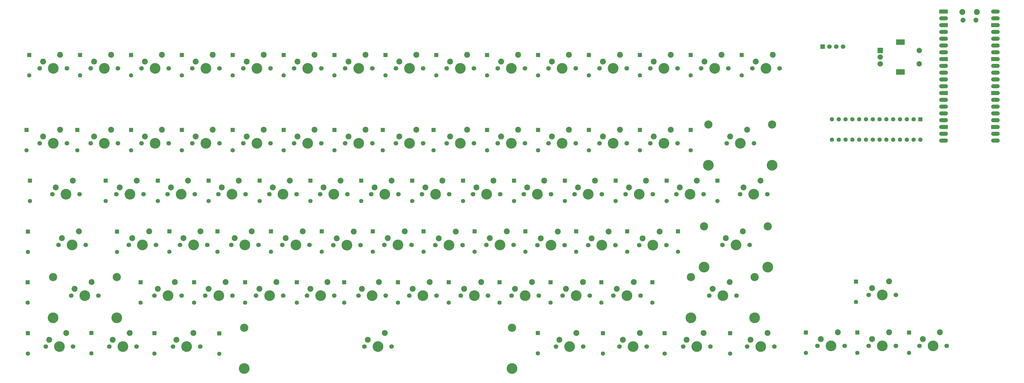
<source format=gbr>
%TF.GenerationSoftware,KiCad,Pcbnew,9.0.2*%
%TF.CreationDate,2025-06-29T16:27:35+05:30*%
%TF.ProjectId,Mechatron Schematic,4d656368-6174-4726-9f6e-20536368656d,rev?*%
%TF.SameCoordinates,Original*%
%TF.FileFunction,Soldermask,Top*%
%TF.FilePolarity,Negative*%
%FSLAX46Y46*%
G04 Gerber Fmt 4.6, Leading zero omitted, Abs format (unit mm)*
G04 Created by KiCad (PCBNEW 9.0.2) date 2025-06-29 16:27:35*
%MOMM*%
%LPD*%
G01*
G04 APERTURE LIST*
G04 Aperture macros list*
%AMRoundRect*
0 Rectangle with rounded corners*
0 $1 Rounding radius*
0 $2 $3 $4 $5 $6 $7 $8 $9 X,Y pos of 4 corners*
0 Add a 4 corners polygon primitive as box body*
4,1,4,$2,$3,$4,$5,$6,$7,$8,$9,$2,$3,0*
0 Add four circle primitives for the rounded corners*
1,1,$1+$1,$2,$3*
1,1,$1+$1,$4,$5*
1,1,$1+$1,$6,$7*
1,1,$1+$1,$8,$9*
0 Add four rect primitives between the rounded corners*
20,1,$1+$1,$2,$3,$4,$5,0*
20,1,$1+$1,$4,$5,$6,$7,0*
20,1,$1+$1,$6,$7,$8,$9,0*
20,1,$1+$1,$8,$9,$2,$3,0*%
%AMFreePoly0*
4,1,37,0.800000,0.796148,0.878414,0.796148,1.032228,0.765552,1.177117,0.705537,1.307515,0.618408,1.418408,0.507515,1.505537,0.377117,1.565552,0.232228,1.596148,0.078414,1.596148,-0.078414,1.565552,-0.232228,1.505537,-0.377117,1.418408,-0.507515,1.307515,-0.618408,1.177117,-0.705537,1.032228,-0.765552,0.878414,-0.796148,0.800000,-0.796148,0.800000,-0.800000,-1.400000,-0.800000,
-1.403843,-0.796157,-1.439018,-0.796157,-1.511114,-0.766294,-1.566294,-0.711114,-1.596157,-0.639018,-1.596157,-0.603843,-1.600000,-0.600000,-1.600000,0.600000,-1.596157,0.603843,-1.596157,0.639018,-1.566294,0.711114,-1.511114,0.766294,-1.439018,0.796157,-1.403843,0.796157,-1.400000,0.800000,0.800000,0.800000,0.800000,0.796148,0.800000,0.796148,$1*%
%AMFreePoly1*
4,1,37,1.403843,0.796157,1.439018,0.796157,1.511114,0.766294,1.566294,0.711114,1.596157,0.639018,1.596157,0.603843,1.600000,0.600000,1.600000,-0.600000,1.596157,-0.603843,1.596157,-0.639018,1.566294,-0.711114,1.511114,-0.766294,1.439018,-0.796157,1.403843,-0.796157,1.400000,-0.800000,-0.800000,-0.800000,-0.800000,-0.796148,-0.878414,-0.796148,-1.032228,-0.765552,-1.177117,-0.705537,
-1.307515,-0.618408,-1.418408,-0.507515,-1.505537,-0.377117,-1.565552,-0.232228,-1.596148,-0.078414,-1.596148,0.078414,-1.565552,0.232228,-1.505537,0.377117,-1.418408,0.507515,-1.307515,0.618408,-1.177117,0.705537,-1.032228,0.765552,-0.878414,0.796148,-0.800000,0.796148,-0.800000,0.800000,1.400000,0.800000,1.403843,0.796157,1.403843,0.796157,$1*%
%AMFreePoly2*
4,1,37,0.603843,0.796157,0.639018,0.796157,0.711114,0.766294,0.766294,0.711114,0.796157,0.639018,0.796157,0.603843,0.800000,0.600000,0.800000,-0.600000,0.796157,-0.603843,0.796157,-0.639018,0.766294,-0.711114,0.711114,-0.766294,0.639018,-0.796157,0.603843,-0.796157,0.600000,-0.800000,0.000000,-0.800000,0.000000,-0.796148,-0.078414,-0.796148,-0.232228,-0.765552,-0.377117,-0.705537,
-0.507515,-0.618408,-0.618408,-0.507515,-0.705537,-0.377117,-0.765552,-0.232228,-0.796148,-0.078414,-0.796148,0.078414,-0.765552,0.232228,-0.705537,0.377117,-0.618408,0.507515,-0.507515,0.618408,-0.377117,0.705537,-0.232228,0.765552,-0.078414,0.796148,0.000000,0.796148,0.000000,0.800000,0.600000,0.800000,0.603843,0.796157,0.603843,0.796157,$1*%
%AMFreePoly3*
4,1,37,0.000000,0.796148,0.078414,0.796148,0.232228,0.765552,0.377117,0.705537,0.507515,0.618408,0.618408,0.507515,0.705537,0.377117,0.765552,0.232228,0.796148,0.078414,0.796148,-0.078414,0.765552,-0.232228,0.705537,-0.377117,0.618408,-0.507515,0.507515,-0.618408,0.377117,-0.705537,0.232228,-0.765552,0.078414,-0.796148,0.000000,-0.796148,0.000000,-0.800000,-0.600000,-0.800000,
-0.603843,-0.796157,-0.639018,-0.796157,-0.711114,-0.766294,-0.766294,-0.711114,-0.796157,-0.639018,-0.796157,-0.603843,-0.800000,-0.600000,-0.800000,0.600000,-0.796157,0.603843,-0.796157,0.639018,-0.766294,0.711114,-0.711114,0.766294,-0.639018,0.796157,-0.603843,0.796157,-0.600000,0.800000,0.000000,0.800000,0.000000,0.796148,0.000000,0.796148,$1*%
G04 Aperture macros list end*
%ADD10C,1.700000*%
%ADD11C,4.000000*%
%ADD12C,2.200000*%
%ADD13C,3.050000*%
%ADD14C,1.850000*%
%ADD15FreePoly0,0.000000*%
%ADD16RoundRect,0.200000X-0.600000X-0.600000X0.600000X-0.600000X0.600000X0.600000X-0.600000X0.600000X0*%
%ADD17RoundRect,0.800000X-0.800000X-0.000010X0.800000X-0.000010X0.800000X0.000010X-0.800000X0.000010X0*%
%ADD18C,1.600000*%
%ADD19FreePoly1,0.000000*%
%ADD20FreePoly2,0.000000*%
%ADD21FreePoly3,0.000000*%
%ADD22RoundRect,0.250000X-0.550000X0.550000X-0.550000X-0.550000X0.550000X-0.550000X0.550000X0.550000X0*%
%ADD23R,2.000000X2.000000*%
%ADD24C,2.000000*%
%ADD25R,3.200000X2.000000*%
%ADD26R,1.700000X1.700000*%
G04 APERTURE END LIST*
D10*
%TO.C,SW34*%
X200670000Y-217000000D03*
D11*
X205750000Y-217000000D03*
D10*
X210830000Y-217000000D03*
D12*
X208290000Y-211920000D03*
X201940000Y-214460000D03*
%TD*%
D10*
%TO.C,SW47*%
X186440000Y-236000000D03*
D11*
X191520000Y-236000000D03*
D10*
X196600000Y-236000000D03*
D12*
X194060000Y-230920000D03*
X187710000Y-233460000D03*
%TD*%
D10*
%TO.C,SW6*%
X209920000Y-170000000D03*
D11*
X215000000Y-170000000D03*
D10*
X220080000Y-170000000D03*
D12*
X217540000Y-164920000D03*
X211190000Y-167460000D03*
%TD*%
D13*
%TO.C,SW57*%
X119900000Y-248000000D03*
D11*
X119900000Y-263240000D03*
D10*
X126720000Y-255000000D03*
D11*
X131800000Y-255000000D03*
D10*
X136880000Y-255000000D03*
D13*
X143700000Y-248000000D03*
D11*
X143700000Y-263240000D03*
D12*
X134340000Y-249920000D03*
X127990000Y-252460000D03*
%TD*%
D10*
%TO.C,SW80*%
X443420000Y-273750000D03*
D11*
X448500000Y-273750000D03*
D10*
X453580000Y-273750000D03*
D12*
X451040000Y-268670000D03*
X444690000Y-271210000D03*
%TD*%
D10*
%TO.C,SW21*%
X209920000Y-198000000D03*
D11*
X215000000Y-198000000D03*
D10*
X220080000Y-198000000D03*
D12*
X217540000Y-192920000D03*
X211190000Y-195460000D03*
%TD*%
D13*
%TO.C,SW56*%
X363000000Y-229042500D03*
D11*
X363000000Y-244282500D03*
D10*
X369820000Y-236042500D03*
D11*
X374900000Y-236042500D03*
D10*
X379980000Y-236042500D03*
D13*
X386800000Y-229042500D03*
D11*
X386800000Y-244282500D03*
D12*
X377440000Y-230962500D03*
X371090000Y-233502500D03*
%TD*%
D10*
%TO.C,SW10*%
X285920000Y-170000000D03*
D11*
X291000000Y-170000000D03*
D10*
X296080000Y-170000000D03*
D12*
X293540000Y-164920000D03*
X287190000Y-167460000D03*
%TD*%
D10*
%TO.C,SW18*%
X152920000Y-198000000D03*
D11*
X158000000Y-198000000D03*
D10*
X163080000Y-198000000D03*
D12*
X160540000Y-192920000D03*
X154190000Y-195460000D03*
%TD*%
D10*
%TO.C,SW63*%
X252920000Y-255007500D03*
D11*
X258000000Y-255007500D03*
D10*
X263080000Y-255007500D03*
D12*
X260540000Y-249927500D03*
X254190000Y-252467500D03*
%TD*%
D10*
%TO.C,SW58*%
X157720000Y-255000000D03*
D11*
X162800000Y-255000000D03*
D10*
X167880000Y-255000000D03*
D12*
X165340000Y-249920000D03*
X158990000Y-252460000D03*
%TD*%
D10*
%TO.C,SW44*%
X121920000Y-236000000D03*
D11*
X127000000Y-236000000D03*
D10*
X132080000Y-236000000D03*
D12*
X129540000Y-230920000D03*
X123190000Y-233460000D03*
%TD*%
D10*
%TO.C,SW4*%
X171920000Y-170000000D03*
D11*
X177000000Y-170000000D03*
D10*
X182080000Y-170000000D03*
D12*
X179540000Y-164920000D03*
X173190000Y-167460000D03*
%TD*%
D10*
%TO.C,SW78*%
X405340000Y-273750000D03*
D11*
X410420000Y-273750000D03*
D10*
X415500000Y-273750000D03*
D12*
X412960000Y-268670000D03*
X406610000Y-271210000D03*
%TD*%
D10*
%TO.C,SW52*%
X281680000Y-236000000D03*
D11*
X286760000Y-236000000D03*
D10*
X291840000Y-236000000D03*
D12*
X289300000Y-230920000D03*
X282950000Y-233460000D03*
%TD*%
D10*
%TO.C,SW42*%
X352670000Y-217000000D03*
D11*
X357750000Y-217000000D03*
D10*
X362830000Y-217000000D03*
D12*
X360290000Y-211920000D03*
X353940000Y-214460000D03*
%TD*%
D10*
%TO.C,SW5*%
X190920000Y-170000000D03*
D11*
X196000000Y-170000000D03*
D10*
X201080000Y-170000000D03*
D12*
X198540000Y-164920000D03*
X192190000Y-167460000D03*
%TD*%
D10*
%TO.C,SW38*%
X276670000Y-217000000D03*
D11*
X281750000Y-217000000D03*
D10*
X286830000Y-217000000D03*
D12*
X284290000Y-211920000D03*
X277940000Y-214460000D03*
%TD*%
D13*
%TO.C,SW73*%
X191250000Y-267000000D03*
D11*
X191250000Y-282240000D03*
D10*
X236170000Y-274000000D03*
D11*
X241250000Y-274000000D03*
D10*
X246330000Y-274000000D03*
D13*
X291250000Y-267000000D03*
D11*
X291250000Y-282240000D03*
D12*
X243790000Y-268920000D03*
X237440000Y-271460000D03*
%TD*%
D10*
%TO.C,SW66*%
X310120000Y-255007500D03*
D11*
X315200000Y-255007500D03*
D10*
X320280000Y-255007500D03*
D12*
X317740000Y-249927500D03*
X311390000Y-252467500D03*
%TD*%
D10*
%TO.C,SW25*%
X285920000Y-198000000D03*
D11*
X291000000Y-198000000D03*
D10*
X296080000Y-198000000D03*
D12*
X293540000Y-192920000D03*
X287190000Y-195460000D03*
%TD*%
D10*
%TO.C,SW8*%
X247920000Y-170000000D03*
D11*
X253000000Y-170000000D03*
D10*
X258080000Y-170000000D03*
D12*
X255540000Y-164920000D03*
X249190000Y-167460000D03*
%TD*%
D10*
%TO.C,SW26*%
X304920000Y-198000000D03*
D11*
X310000000Y-198000000D03*
D10*
X315080000Y-198000000D03*
D12*
X312540000Y-192920000D03*
X306190000Y-195460000D03*
%TD*%
D10*
%TO.C,SW46*%
X167340000Y-236000000D03*
D11*
X172420000Y-236000000D03*
D10*
X177500000Y-236000000D03*
D12*
X174960000Y-230920000D03*
X168610000Y-233460000D03*
%TD*%
D10*
%TO.C,SW53*%
X300730000Y-236050000D03*
D11*
X305810000Y-236050000D03*
D10*
X310890000Y-236050000D03*
D12*
X308350000Y-230970000D03*
X302000000Y-233510000D03*
%TD*%
D10*
%TO.C,SW16*%
X114920000Y-198000000D03*
D11*
X120000000Y-198000000D03*
D10*
X125080000Y-198000000D03*
D12*
X122540000Y-192920000D03*
X116190000Y-195460000D03*
%TD*%
%TO.C,A1*%
X459385000Y-148870000D03*
D14*
X459685000Y-151900000D03*
X464535000Y-151900000D03*
D12*
X464835000Y-148870000D03*
D15*
X452420000Y-148740000D03*
D16*
X453220000Y-148740000D03*
D17*
X452420000Y-151280000D03*
D18*
X453220000Y-151280000D03*
D19*
X452420000Y-153820000D03*
D20*
X453220000Y-153820000D03*
D17*
X452420000Y-156360000D03*
D18*
X453220000Y-156360000D03*
D17*
X452420000Y-158900000D03*
D18*
X453220000Y-158900000D03*
D17*
X452420000Y-161440000D03*
D18*
X453220000Y-161440000D03*
D17*
X452420000Y-163980000D03*
D18*
X453220000Y-163980000D03*
D19*
X452420000Y-166520000D03*
D20*
X453220000Y-166520000D03*
D17*
X452420000Y-169060000D03*
D18*
X453220000Y-169060000D03*
D17*
X452420000Y-171600000D03*
D18*
X453220000Y-171600000D03*
D17*
X452420000Y-174140000D03*
D18*
X453220000Y-174140000D03*
D17*
X452420000Y-176680000D03*
D18*
X453220000Y-176680000D03*
D19*
X452420000Y-179220000D03*
D20*
X453220000Y-179220000D03*
D17*
X452420000Y-181760000D03*
D18*
X453220000Y-181760000D03*
D17*
X452420000Y-184300000D03*
D18*
X453220000Y-184300000D03*
D17*
X452420000Y-186840000D03*
D18*
X453220000Y-186840000D03*
D17*
X452420000Y-189380000D03*
D18*
X453220000Y-189380000D03*
D19*
X452420000Y-191920000D03*
D20*
X453220000Y-191920000D03*
D17*
X452420000Y-194460000D03*
D18*
X453220000Y-194460000D03*
D17*
X452420000Y-197000000D03*
D18*
X453220000Y-197000000D03*
X471000000Y-197000000D03*
D17*
X471800000Y-197000000D03*
D18*
X471000000Y-194460000D03*
D17*
X471800000Y-194460000D03*
D21*
X471000000Y-191920000D03*
D15*
X471800000Y-191920000D03*
D18*
X471000000Y-189380000D03*
D17*
X471800000Y-189380000D03*
D18*
X471000000Y-186840000D03*
D17*
X471800000Y-186840000D03*
D18*
X471000000Y-184300000D03*
D17*
X471800000Y-184300000D03*
D18*
X471000000Y-181760000D03*
D17*
X471800000Y-181760000D03*
D21*
X471000000Y-179220000D03*
D15*
X471800000Y-179220000D03*
D18*
X471000000Y-176680000D03*
D17*
X471800000Y-176680000D03*
D18*
X471000000Y-174140000D03*
D17*
X471800000Y-174140000D03*
D18*
X471000000Y-171600000D03*
D17*
X471800000Y-171600000D03*
D18*
X471000000Y-169060000D03*
D17*
X471800000Y-169060000D03*
D21*
X471000000Y-166520000D03*
D15*
X471800000Y-166520000D03*
D18*
X471000000Y-163980000D03*
D17*
X471800000Y-163980000D03*
D18*
X471000000Y-161440000D03*
D17*
X471800000Y-161440000D03*
D18*
X471000000Y-158900000D03*
D17*
X471800000Y-158900000D03*
D18*
X471000000Y-156360000D03*
D17*
X471800000Y-156360000D03*
D21*
X471000000Y-153820000D03*
D15*
X471800000Y-153820000D03*
D18*
X471000000Y-151280000D03*
D17*
X471800000Y-151280000D03*
D18*
X471000000Y-148740000D03*
D17*
X471800000Y-148740000D03*
%TD*%
D10*
%TO.C,SW51*%
X262640000Y-236050000D03*
D11*
X267720000Y-236050000D03*
D10*
X272800000Y-236050000D03*
D12*
X270260000Y-230970000D03*
X263910000Y-233510000D03*
%TD*%
D10*
%TO.C,SW31*%
X143500000Y-217000000D03*
D11*
X148580000Y-217000000D03*
D10*
X153660000Y-217000000D03*
D12*
X151120000Y-211920000D03*
X144770000Y-214460000D03*
%TD*%
D10*
%TO.C,SW33*%
X181670000Y-217000000D03*
D11*
X186750000Y-217000000D03*
D10*
X191830000Y-217000000D03*
D12*
X189290000Y-211920000D03*
X182940000Y-214460000D03*
%TD*%
D10*
%TO.C,SW2*%
X133920000Y-170000000D03*
D11*
X139000000Y-170000000D03*
D10*
X144080000Y-170000000D03*
D12*
X141540000Y-164920000D03*
X135190000Y-167460000D03*
%TD*%
D10*
%TO.C,SW9*%
X266920000Y-170000000D03*
D11*
X272000000Y-170000000D03*
D10*
X277080000Y-170000000D03*
D12*
X274540000Y-164920000D03*
X268190000Y-167460000D03*
%TD*%
D10*
%TO.C,SW79*%
X424420000Y-273750000D03*
D11*
X429500000Y-273750000D03*
D10*
X434580000Y-273750000D03*
D12*
X432040000Y-268670000D03*
X425690000Y-271210000D03*
%TD*%
D10*
%TO.C,SW45*%
X148170000Y-236000000D03*
D11*
X153250000Y-236000000D03*
D10*
X158330000Y-236000000D03*
D12*
X155790000Y-230920000D03*
X149440000Y-233460000D03*
%TD*%
D10*
%TO.C,SW48*%
X205540000Y-236000000D03*
D11*
X210620000Y-236000000D03*
D10*
X215700000Y-236000000D03*
D12*
X213160000Y-230920000D03*
X206810000Y-233460000D03*
%TD*%
D10*
%TO.C,SW54*%
X319740000Y-236050000D03*
D11*
X324820000Y-236050000D03*
D10*
X329900000Y-236050000D03*
D12*
X327360000Y-230970000D03*
X321010000Y-233510000D03*
%TD*%
D10*
%TO.C,SW41*%
X333670000Y-217000000D03*
D11*
X338750000Y-217000000D03*
D10*
X343830000Y-217000000D03*
D12*
X341290000Y-211920000D03*
X334940000Y-214460000D03*
%TD*%
D10*
%TO.C,SW76*%
X355170000Y-274000000D03*
D11*
X360250000Y-274000000D03*
D10*
X365330000Y-274000000D03*
D12*
X362790000Y-268920000D03*
X356440000Y-271460000D03*
%TD*%
D10*
%TO.C,SW49*%
X224590000Y-236050000D03*
D11*
X229670000Y-236050000D03*
D10*
X234750000Y-236050000D03*
D12*
X232210000Y-230970000D03*
X225860000Y-233510000D03*
%TD*%
D10*
%TO.C,SW67*%
X329120000Y-255007500D03*
D11*
X334200000Y-255007500D03*
D10*
X339280000Y-255007500D03*
D12*
X336740000Y-249927500D03*
X330390000Y-252467500D03*
%TD*%
D10*
%TO.C,SW55*%
X338810000Y-236050000D03*
D11*
X343890000Y-236050000D03*
D10*
X348970000Y-236050000D03*
D12*
X346430000Y-230970000D03*
X340080000Y-233510000D03*
%TD*%
D10*
%TO.C,SW74*%
X307670000Y-274000000D03*
D11*
X312750000Y-274000000D03*
D10*
X317830000Y-274000000D03*
D12*
X315290000Y-268920000D03*
X308940000Y-271460000D03*
%TD*%
D10*
%TO.C,SW70*%
X117170000Y-274000000D03*
D11*
X122250000Y-274000000D03*
D10*
X127330000Y-274000000D03*
D12*
X124790000Y-268920000D03*
X118440000Y-271460000D03*
%TD*%
D10*
%TO.C,SW60*%
X195720000Y-255000000D03*
D11*
X200800000Y-255000000D03*
D10*
X205880000Y-255000000D03*
D12*
X203340000Y-249920000D03*
X196990000Y-252460000D03*
%TD*%
D10*
%TO.C,SW75*%
X331420000Y-274000000D03*
D11*
X336500000Y-274000000D03*
D10*
X341580000Y-274000000D03*
D12*
X339040000Y-268920000D03*
X332690000Y-271460000D03*
%TD*%
D10*
%TO.C,SW23*%
X247920000Y-198000000D03*
D11*
X253000000Y-198000000D03*
D10*
X258080000Y-198000000D03*
D12*
X255540000Y-192920000D03*
X249190000Y-195460000D03*
%TD*%
D22*
%TO.C,U1*%
X443780000Y-189050000D03*
D18*
X441240000Y-189050000D03*
X438700000Y-189050000D03*
X436160000Y-189050000D03*
X433620000Y-189050000D03*
X431080000Y-189050000D03*
X428540000Y-189050000D03*
X426000000Y-189050000D03*
X423460000Y-189050000D03*
X420920000Y-189050000D03*
X418380000Y-189050000D03*
X415840000Y-189050000D03*
X413300000Y-189050000D03*
X410760000Y-189050000D03*
X410760000Y-196670000D03*
X413300000Y-196670000D03*
X415840000Y-196670000D03*
X418380000Y-196670000D03*
X420920000Y-196670000D03*
X423460000Y-196670000D03*
X426000000Y-196670000D03*
X428540000Y-196670000D03*
X431080000Y-196670000D03*
X433620000Y-196670000D03*
X436160000Y-196670000D03*
X438700000Y-196670000D03*
X441240000Y-196670000D03*
X443780000Y-196670000D03*
%TD*%
D13*
%TO.C,SW68*%
X358100000Y-248000000D03*
D11*
X358100000Y-263240000D03*
D10*
X364920000Y-255000000D03*
D11*
X370000000Y-255000000D03*
D10*
X375080000Y-255000000D03*
D13*
X381900000Y-248000000D03*
D11*
X381900000Y-263240000D03*
D12*
X372540000Y-249920000D03*
X366190000Y-252460000D03*
%TD*%
D10*
%TO.C,SW50*%
X243640000Y-236000000D03*
D11*
X248720000Y-236000000D03*
D10*
X253800000Y-236000000D03*
D12*
X251260000Y-230920000D03*
X244910000Y-233460000D03*
%TD*%
D10*
%TO.C,SW72*%
X164670000Y-274000000D03*
D11*
X169750000Y-274000000D03*
D10*
X174830000Y-274000000D03*
D12*
X172290000Y-268920000D03*
X165940000Y-271460000D03*
%TD*%
D10*
%TO.C,SW65*%
X291120000Y-255000000D03*
D11*
X296200000Y-255000000D03*
D10*
X301280000Y-255000000D03*
D12*
X298740000Y-249920000D03*
X292390000Y-252460000D03*
%TD*%
D10*
%TO.C,SW37*%
X257670000Y-217000000D03*
D11*
X262750000Y-217000000D03*
D10*
X267830000Y-217000000D03*
D12*
X265290000Y-211920000D03*
X258940000Y-214460000D03*
%TD*%
D10*
%TO.C,SW30*%
X119670000Y-217000000D03*
D11*
X124750000Y-217000000D03*
D10*
X129830000Y-217000000D03*
D12*
X127290000Y-211920000D03*
X120940000Y-214460000D03*
%TD*%
D10*
%TO.C,SW27*%
X323920000Y-198000000D03*
D11*
X329000000Y-198000000D03*
D10*
X334080000Y-198000000D03*
D12*
X331540000Y-192920000D03*
X325190000Y-195460000D03*
%TD*%
D10*
%TO.C,SW62*%
X233920000Y-255000000D03*
D11*
X239000000Y-255000000D03*
D10*
X244080000Y-255000000D03*
D12*
X241540000Y-249920000D03*
X235190000Y-252460000D03*
%TD*%
D10*
%TO.C,SW32*%
X162670000Y-217000000D03*
D11*
X167750000Y-217000000D03*
D10*
X172830000Y-217000000D03*
D12*
X170290000Y-211920000D03*
X163940000Y-214460000D03*
%TD*%
D10*
%TO.C,SW61*%
X214720000Y-255000000D03*
D11*
X219800000Y-255000000D03*
D10*
X224880000Y-255000000D03*
D12*
X222340000Y-249920000D03*
X215990000Y-252460000D03*
%TD*%
D10*
%TO.C,SW43*%
X376420000Y-217000000D03*
D11*
X381500000Y-217000000D03*
D10*
X386580000Y-217000000D03*
D12*
X384040000Y-211920000D03*
X377690000Y-214460000D03*
%TD*%
D10*
%TO.C,SW17*%
X133920000Y-198000000D03*
D11*
X139000000Y-198000000D03*
D10*
X144080000Y-198000000D03*
D12*
X141540000Y-192920000D03*
X135190000Y-195460000D03*
%TD*%
D23*
%TO.C,SW91*%
X428800000Y-163250000D03*
D24*
X428800000Y-168250000D03*
X428800000Y-165750000D03*
D25*
X436300000Y-160150000D03*
X436300000Y-171350000D03*
D24*
X443300000Y-168250000D03*
X443300000Y-163250000D03*
%TD*%
D10*
%TO.C,SW64*%
X272120000Y-255007500D03*
D11*
X277200000Y-255007500D03*
D10*
X282280000Y-255007500D03*
D12*
X279740000Y-249927500D03*
X273390000Y-252467500D03*
%TD*%
D10*
%TO.C,SW28*%
X342920000Y-198000000D03*
D11*
X348000000Y-198000000D03*
D10*
X353080000Y-198000000D03*
D12*
X350540000Y-192920000D03*
X344190000Y-195460000D03*
%TD*%
D10*
%TO.C,SW40*%
X314670000Y-217000000D03*
D11*
X319750000Y-217000000D03*
D10*
X324830000Y-217000000D03*
D12*
X322290000Y-211920000D03*
X315940000Y-214460000D03*
%TD*%
D10*
%TO.C,SW22*%
X228920000Y-198000000D03*
D11*
X234000000Y-198000000D03*
D10*
X239080000Y-198000000D03*
D12*
X236540000Y-192920000D03*
X230190000Y-195460000D03*
%TD*%
D10*
%TO.C,SW39*%
X295670000Y-217000000D03*
D11*
X300750000Y-217000000D03*
D10*
X305830000Y-217000000D03*
D12*
X303290000Y-211920000D03*
X296940000Y-214460000D03*
%TD*%
D10*
%TO.C,SW15*%
X381000000Y-170000000D03*
D11*
X386080000Y-170000000D03*
D10*
X391160000Y-170000000D03*
D12*
X388620000Y-164920000D03*
X382270000Y-167460000D03*
%TD*%
D10*
%TO.C,SW12*%
X323920000Y-170000000D03*
D11*
X329000000Y-170000000D03*
D10*
X334080000Y-170000000D03*
D12*
X331540000Y-164920000D03*
X325190000Y-167460000D03*
%TD*%
D10*
%TO.C,SW3*%
X152920000Y-170000000D03*
D11*
X158000000Y-170000000D03*
D10*
X163080000Y-170000000D03*
D12*
X160540000Y-164920000D03*
X154190000Y-167460000D03*
%TD*%
D10*
%TO.C,SW1*%
X114920000Y-170000000D03*
D11*
X120000000Y-170000000D03*
D10*
X125080000Y-170000000D03*
D12*
X122540000Y-164920000D03*
X116190000Y-167460000D03*
%TD*%
D26*
%TO.C,J1*%
X407240000Y-161800000D03*
D10*
X409780000Y-161800000D03*
X412320000Y-161800000D03*
X414860000Y-161800000D03*
%TD*%
%TO.C,SW24*%
X266920000Y-198000000D03*
D11*
X272000000Y-198000000D03*
D10*
X277080000Y-198000000D03*
D12*
X274540000Y-192920000D03*
X268190000Y-195460000D03*
%TD*%
D10*
%TO.C,SW20*%
X190920000Y-198000000D03*
D11*
X196000000Y-198000000D03*
D10*
X201080000Y-198000000D03*
D12*
X198540000Y-192920000D03*
X192190000Y-195460000D03*
%TD*%
D10*
%TO.C,SW69*%
X424420000Y-254750000D03*
D11*
X429500000Y-254750000D03*
D10*
X434580000Y-254750000D03*
D12*
X432040000Y-249670000D03*
X425690000Y-252210000D03*
%TD*%
D10*
%TO.C,SW71*%
X140920000Y-274000000D03*
D11*
X146000000Y-274000000D03*
D10*
X151080000Y-274000000D03*
D12*
X148540000Y-268920000D03*
X142190000Y-271460000D03*
%TD*%
D10*
%TO.C,SW19*%
X171920000Y-198000000D03*
D11*
X177000000Y-198000000D03*
D10*
X182080000Y-198000000D03*
D12*
X179540000Y-192920000D03*
X173190000Y-195460000D03*
%TD*%
D10*
%TO.C,SW13*%
X342920000Y-170000000D03*
D11*
X348000000Y-170000000D03*
D10*
X353080000Y-170000000D03*
D12*
X350540000Y-164920000D03*
X344190000Y-167460000D03*
%TD*%
D10*
%TO.C,SW35*%
X219670000Y-217000000D03*
D11*
X224750000Y-217000000D03*
D10*
X229830000Y-217000000D03*
D12*
X227290000Y-211920000D03*
X220940000Y-214460000D03*
%TD*%
D10*
%TO.C,SW77*%
X379090000Y-274000000D03*
D11*
X384170000Y-274000000D03*
D10*
X389250000Y-274000000D03*
D12*
X386710000Y-268920000D03*
X380360000Y-271460000D03*
%TD*%
D13*
%TO.C,SW29*%
X364600000Y-191000000D03*
D11*
X364600000Y-206240000D03*
D10*
X371420000Y-198000000D03*
D11*
X376500000Y-198000000D03*
D10*
X381580000Y-198000000D03*
D13*
X388400000Y-191000000D03*
D11*
X388400000Y-206240000D03*
D12*
X379040000Y-192920000D03*
X372690000Y-195460000D03*
%TD*%
D10*
%TO.C,SW59*%
X176720000Y-255000000D03*
D11*
X181800000Y-255000000D03*
D10*
X186880000Y-255000000D03*
D12*
X184340000Y-249920000D03*
X177990000Y-252460000D03*
%TD*%
D10*
%TO.C,SW7*%
X228920000Y-170000000D03*
D11*
X234000000Y-170000000D03*
D10*
X239080000Y-170000000D03*
D12*
X236540000Y-164920000D03*
X230190000Y-167460000D03*
%TD*%
D10*
%TO.C,SW11*%
X304920000Y-170000000D03*
D11*
X310000000Y-170000000D03*
D10*
X315080000Y-170000000D03*
D12*
X312540000Y-164920000D03*
X306190000Y-167460000D03*
%TD*%
D10*
%TO.C,SW36*%
X238670000Y-217000000D03*
D11*
X243750000Y-217000000D03*
D10*
X248830000Y-217000000D03*
D12*
X246290000Y-211920000D03*
X239940000Y-214460000D03*
%TD*%
D10*
%TO.C,SW14*%
X361920000Y-170000000D03*
D11*
X367000000Y-170000000D03*
D10*
X372080000Y-170000000D03*
D12*
X369540000Y-164920000D03*
X363190000Y-167460000D03*
%TD*%
D22*
%TO.C,D46*%
X163320000Y-230950000D03*
D18*
X163320000Y-238570000D03*
%TD*%
D22*
%TO.C,D45*%
X143750000Y-231000000D03*
D18*
X143750000Y-238620000D03*
%TD*%
D22*
%TO.C,D29*%
X358000000Y-193000000D03*
D18*
X358000000Y-200620000D03*
%TD*%
D22*
%TO.C,D41*%
X330000000Y-212000000D03*
D18*
X330000000Y-219620000D03*
%TD*%
D22*
%TO.C,D6*%
X206000000Y-165000000D03*
D18*
X206000000Y-172620000D03*
%TD*%
D22*
%TO.C,D35*%
X216000000Y-212000000D03*
D18*
X216000000Y-219620000D03*
%TD*%
D22*
%TO.C,D30*%
X111250000Y-212000000D03*
D18*
X111250000Y-219620000D03*
%TD*%
D22*
%TO.C,D2*%
X130000000Y-165000000D03*
D18*
X130000000Y-172620000D03*
%TD*%
D22*
%TO.C,D3*%
X149000000Y-165000000D03*
D18*
X149000000Y-172620000D03*
%TD*%
D22*
%TO.C,D69*%
X419750000Y-249750000D03*
D18*
X419750000Y-257370000D03*
%TD*%
D22*
%TO.C,D32*%
X159000000Y-212000000D03*
D18*
X159000000Y-219620000D03*
%TD*%
D22*
%TO.C,D38*%
X273000000Y-212000000D03*
D18*
X273000000Y-219620000D03*
%TD*%
D22*
%TO.C,D26*%
X301000000Y-193000000D03*
D18*
X301000000Y-200620000D03*
%TD*%
D22*
%TO.C,D37*%
X254000000Y-212000000D03*
D18*
X254000000Y-219620000D03*
%TD*%
D22*
%TO.C,D21*%
X206000000Y-193000000D03*
D18*
X206000000Y-200620000D03*
%TD*%
D22*
%TO.C,D61*%
X210900000Y-249965000D03*
D18*
X210900000Y-257585000D03*
%TD*%
D22*
%TO.C,D4*%
X168000000Y-165000000D03*
D18*
X168000000Y-172620000D03*
%TD*%
D22*
%TO.C,D22*%
X225000000Y-193000000D03*
D18*
X225000000Y-200620000D03*
%TD*%
D22*
%TO.C,D17*%
X129000000Y-193000000D03*
D18*
X129000000Y-200620000D03*
%TD*%
D22*
%TO.C,D36*%
X235000000Y-212000000D03*
D18*
X235000000Y-219620000D03*
%TD*%
D22*
%TO.C,D74*%
X300960000Y-268920000D03*
D18*
X300960000Y-276540000D03*
%TD*%
D22*
%TO.C,D15*%
X377000000Y-165000000D03*
D18*
X377000000Y-172620000D03*
%TD*%
D22*
%TO.C,D8*%
X244000000Y-165000000D03*
D18*
X244000000Y-172620000D03*
%TD*%
D22*
%TO.C,D12*%
X320000000Y-165000000D03*
D18*
X320000000Y-172620000D03*
%TD*%
D22*
%TO.C,D78*%
X401000000Y-268750000D03*
D18*
X401000000Y-276370000D03*
%TD*%
D22*
%TO.C,D47*%
X181270000Y-230950000D03*
D18*
X181270000Y-238570000D03*
%TD*%
D22*
%TO.C,D27*%
X320000000Y-193000000D03*
D18*
X320000000Y-200620000D03*
%TD*%
D22*
%TO.C,D60*%
X191600000Y-249980000D03*
D18*
X191600000Y-257600000D03*
%TD*%
D22*
%TO.C,D62*%
X228650000Y-249965000D03*
D18*
X228650000Y-257585000D03*
%TD*%
D22*
%TO.C,D50*%
X239270000Y-230950000D03*
D18*
X239270000Y-238570000D03*
%TD*%
D22*
%TO.C,D63*%
X248650000Y-249965000D03*
D18*
X248650000Y-257585000D03*
%TD*%
D22*
%TO.C,D58*%
X152600000Y-250000000D03*
D18*
X152600000Y-257620000D03*
%TD*%
D22*
%TO.C,D75*%
X325250000Y-269000000D03*
D18*
X325250000Y-276620000D03*
%TD*%
D22*
%TO.C,D28*%
X339000000Y-193000000D03*
D18*
X339000000Y-200620000D03*
%TD*%
D22*
%TO.C,D42*%
X349000000Y-212000000D03*
D18*
X349000000Y-219620000D03*
%TD*%
D22*
%TO.C,D7*%
X225000000Y-165000000D03*
D18*
X225000000Y-172620000D03*
%TD*%
D22*
%TO.C,D57*%
X110400000Y-250000000D03*
D18*
X110400000Y-257620000D03*
%TD*%
D22*
%TO.C,D71*%
X134250000Y-268920000D03*
D18*
X134250000Y-276540000D03*
%TD*%
D22*
%TO.C,D14*%
X358000000Y-165000000D03*
D18*
X358000000Y-172620000D03*
%TD*%
D22*
%TO.C,D43*%
X368000000Y-212000000D03*
D18*
X368000000Y-219620000D03*
%TD*%
D22*
%TO.C,D25*%
X282000000Y-193000000D03*
D18*
X282000000Y-200620000D03*
%TD*%
D22*
%TO.C,D67*%
X324650000Y-249965000D03*
D18*
X324650000Y-257585000D03*
%TD*%
D22*
%TO.C,D51*%
X258270000Y-230950000D03*
D18*
X258270000Y-238570000D03*
%TD*%
D22*
%TO.C,D52*%
X277270000Y-230950000D03*
D18*
X277270000Y-238570000D03*
%TD*%
D22*
%TO.C,D24*%
X262000000Y-193000000D03*
D18*
X262000000Y-200620000D03*
%TD*%
D22*
%TO.C,D80*%
X439500000Y-268750000D03*
D18*
X439500000Y-276370000D03*
%TD*%
D22*
%TO.C,D56*%
X353270000Y-230950000D03*
D18*
X353270000Y-238570000D03*
%TD*%
D22*
%TO.C,D68*%
X343650000Y-249965000D03*
D18*
X343650000Y-257585000D03*
%TD*%
D22*
%TO.C,D18*%
X149000000Y-193000000D03*
D18*
X149000000Y-200620000D03*
%TD*%
D22*
%TO.C,D48*%
X201270000Y-230950000D03*
D18*
X201270000Y-238570000D03*
%TD*%
D22*
%TO.C,D13*%
X339000000Y-165000000D03*
D18*
X339000000Y-172620000D03*
%TD*%
D22*
%TO.C,D73*%
X182000000Y-269130000D03*
D18*
X182000000Y-276750000D03*
%TD*%
D22*
%TO.C,D72*%
X157750000Y-269000000D03*
D18*
X157750000Y-276620000D03*
%TD*%
D22*
%TO.C,D59*%
X172600000Y-250000000D03*
D18*
X172600000Y-257620000D03*
%TD*%
D22*
%TO.C,D11*%
X301000000Y-165000000D03*
D18*
X301000000Y-172620000D03*
%TD*%
D22*
%TO.C,D19*%
X168000000Y-193000000D03*
D18*
X168000000Y-200620000D03*
%TD*%
D22*
%TO.C,D79*%
X420250000Y-268750000D03*
D18*
X420250000Y-276370000D03*
%TD*%
D22*
%TO.C,D49*%
X220270000Y-230950000D03*
D18*
X220270000Y-238570000D03*
%TD*%
D22*
%TO.C,D9*%
X263000000Y-165000000D03*
D18*
X263000000Y-172620000D03*
%TD*%
D22*
%TO.C,D65*%
X286650000Y-249965000D03*
D18*
X286650000Y-257585000D03*
%TD*%
D22*
%TO.C,D40*%
X311000000Y-212000000D03*
D18*
X311000000Y-219620000D03*
%TD*%
D22*
%TO.C,D31*%
X139580000Y-212000000D03*
D18*
X139580000Y-219620000D03*
%TD*%
D22*
%TO.C,D1*%
X111000000Y-165000000D03*
D18*
X111000000Y-172620000D03*
%TD*%
D22*
%TO.C,D23*%
X243000000Y-193000000D03*
D18*
X243000000Y-200620000D03*
%TD*%
D22*
%TO.C,D55*%
X334270000Y-230950000D03*
D18*
X334270000Y-238570000D03*
%TD*%
D22*
%TO.C,D76*%
X348250000Y-269000000D03*
D18*
X348250000Y-276620000D03*
%TD*%
D22*
%TO.C,D33*%
X178000000Y-212000000D03*
D18*
X178000000Y-219620000D03*
%TD*%
D22*
%TO.C,D66*%
X305650000Y-249965000D03*
D18*
X305650000Y-257585000D03*
%TD*%
D22*
%TO.C,D34*%
X197000000Y-212000000D03*
D18*
X197000000Y-219620000D03*
%TD*%
D22*
%TO.C,D10*%
X282000000Y-165000000D03*
D18*
X282000000Y-172620000D03*
%TD*%
D22*
%TO.C,D64*%
X267650000Y-249965000D03*
D18*
X267650000Y-257585000D03*
%TD*%
D22*
%TO.C,D16*%
X110000000Y-193000000D03*
D18*
X110000000Y-200620000D03*
%TD*%
D22*
%TO.C,D77*%
X372750000Y-269000000D03*
D18*
X372750000Y-276620000D03*
%TD*%
D22*
%TO.C,D20*%
X187000000Y-193000000D03*
D18*
X187000000Y-200620000D03*
%TD*%
D22*
%TO.C,D5*%
X187000000Y-165000000D03*
D18*
X187000000Y-172620000D03*
%TD*%
D22*
%TO.C,D44*%
X110500000Y-231000000D03*
D18*
X110500000Y-238620000D03*
%TD*%
D22*
%TO.C,D53*%
X296270000Y-230950000D03*
D18*
X296270000Y-238570000D03*
%TD*%
D22*
%TO.C,D39*%
X292000000Y-212000000D03*
D18*
X292000000Y-219620000D03*
%TD*%
D22*
%TO.C,D70*%
X110500000Y-269000000D03*
D18*
X110500000Y-276620000D03*
%TD*%
D22*
%TO.C,D54*%
X315270000Y-230950000D03*
D18*
X315270000Y-238570000D03*
%TD*%
M02*

</source>
